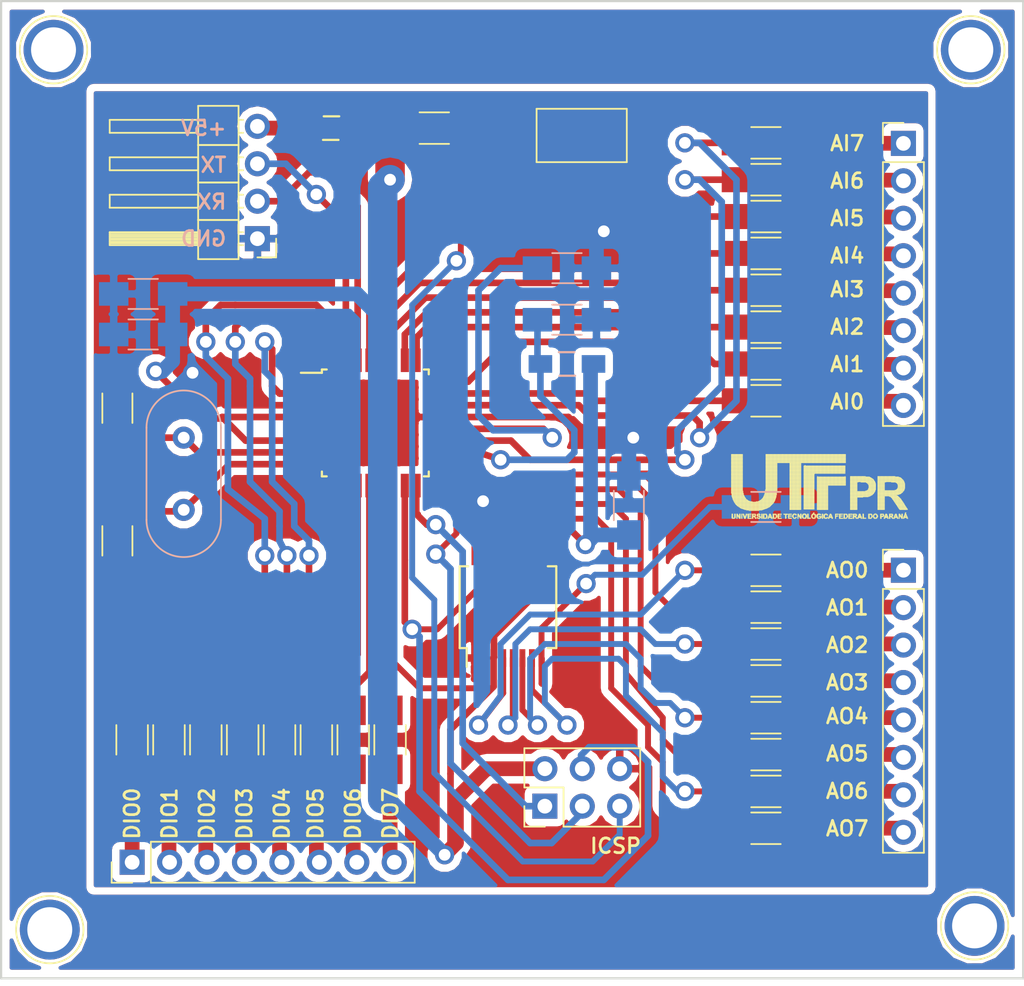
<source format=kicad_pcb>
(kicad_pcb (version 4) (host pcbnew 4.0.5)
  (layers (0 F.Cu signal) (31 B.Cu signal) (34 B.Paste user) (35 F.Paste user) (36 B.SilkS user) (37 F.SilkS user) (38 B.Mask user) (39 F.Mask user) (44 Edge.Cuts user))
  (net 0 "")
  (net 1 +5V)
  (net 2 GND)
  (net 3 "Net-(C3-Pad1)")
  (net 4 "Net-(C4-Pad1)")
  (net 5 "Net-(C5-Pad2)")
  (net 6 "Net-(C6-Pad2)")
  (net 7 "Net-(C8-Pad1)")
  (net 8 /DIO1)
  (net 9 /DIO2)
  (net 10 /DIO3)
  (net 11 /DIO4)
  (net 12 /DIO5)
  (net 13 /DIO6)
  (net 14 /DIO7)
  (net 15 SPI_CS)
  (net 16 SPI_MOSI)
  (net 17 SPI_MISO)
  (net 18 SPI_CLK)
  (net 19 /AI6)
  (net 20 /AI7)
  (net 21 /AI0)
  (net 22 /AI1)
  (net 23 /AI2)
  (net 24 /AI3)
  (net 25 /AI4)
  (net 26 /AI5)
  (net 27 RESET)
  (net 28 RX)
  (net 29 TX)
  (net 30 /DIO0)
  (net 31 "Net-(L2-Pad2)")
  (net 32 "Net-(P3-Pad1)")
  (net 33 "Net-(P3-Pad2)")
  (net 34 "Net-(P3-Pad3)")
  (net 35 "Net-(P3-Pad4)")
  (net 36 "Net-(P3-Pad5)")
  (net 37 "Net-(P3-Pad6)")
  (net 38 "Net-(P3-Pad7)")
  (net 39 "Net-(P3-Pad8)")
  (net 40 "Net-(P4-Pad1)")
  (net 41 "Net-(P4-Pad2)")
  (net 42 "Net-(P4-Pad3)")
  (net 43 "Net-(P4-Pad4)")
  (net 44 "Net-(P4-Pad5)")
  (net 45 "Net-(P4-Pad6)")
  (net 46 "Net-(P4-Pad7)")
  (net 47 "Net-(P4-Pad8)")
  (net 48 "Net-(P5-Pad1)")
  (net 49 "Net-(P5-Pad2)")
  (net 50 "Net-(P5-Pad3)")
  (net 51 "Net-(P5-Pad4)")
  (net 52 "Net-(P5-Pad5)")
  (net 53 "Net-(P5-Pad6)")
  (net 54 "Net-(P5-Pad7)")
  (net 55 "Net-(P5-Pad8)")
  (net 56 /AO0)
  (net 57 /AO2)
  (net 58 /AO4)
  (net 59 /AO6)
  (net 60 /AO1)
  (net 61 /AO3)
  (net 62 /AO5)
  (net 63 /AO7)
  (module Resistors_SMD:R_1206_HandSoldering (layer F.Cu) (at 160.5 138 90)
    (fp_text reference R25 hide)
    (fp_text value 300)
    (pad 1 smd rect (at -2 0 90) (size 2 1.7) (layers F.Cu F.Paste F.Mask) (net 55 "Net-(P5-Pad8)"))
    (pad 2 smd rect (at 2 0 90) (size 2 1.7) (layers F.Cu F.Paste F.Mask) (net 14 /DIO7))
  )
  (module Pin_Headers:Pin_Header_Straight_2x03_Pitch2.54mm (layer F.Cu) (at 171 142.5 90)
    (fp_text reference P2 hide)
    (fp_text value ICSP)
    (pad 1 thru_hole rect (at 0 0 90) (size 1.7 1.7) (drill 1) (layers *.Cu *.Mask) (net 17 SPI_MISO))
    (pad 2 thru_hole oval (at 2.54 0 90) (size 1.7 1.7) (drill 1) (layers *.Cu *.Mask) (net 1 +5V))
    (pad 3 thru_hole oval (at 0 2.54 90) (size 1.7 1.7) (drill 1) (layers *.Cu *.Mask) (net 18 SPI_CLK))
    (pad 4 thru_hole oval (at 2.54 2.54 90) (size 1.7 1.7) (drill 1) (layers *.Cu *.Mask) (net 16 SPI_MOSI))
    (pad 5 thru_hole oval (at 0 5.08 90) (size 1.7 1.7) (drill 1) (layers *.Cu *.Mask) (net 27 RESET))
    (pad 6 thru_hole oval (at 2.54 5.08 90) (size 1.7 1.7) (drill 1) (layers *.Cu *.Mask) (net 2 GND))
  )
  (module Pin_Headers:Pin_Header_Angled_1x04_Pitch2.54mm (layer F.Cu) (at 151.5 104 180)
    (fp_text reference P1 hide)
    (fp_text value USB_UART)
    (pad 1 thru_hole rect (at 0 0 180) (size 1.7 1.7) (drill 1) (layers *.Cu *.Mask) (net 2 GND))
    (pad 2 thru_hole oval (at 0 2.54 180) (size 1.7 1.7) (drill 1) (layers *.Cu *.Mask) (net 28 RX))
    (pad 3 thru_hole oval (at 0 5.08 180) (size 1.7 1.7) (drill 1) (layers *.Cu *.Mask) (net 29 TX))
    (pad 4 thru_hole oval (at 0 7.62 180) (size 1.7 1.7) (drill 1) (layers *.Cu *.Mask) (net 31 "Net-(L2-Pad2)"))
  )
  (module Capacitors_SMD:C_1206_HandSoldering (layer B.Cu) (at 143.75 107.75 180)
    (fp_text reference C1 hide)
    (fp_text value 100nF)
    (pad 1 smd rect (at -2 0 180) (size 2 1.6) (layers B.Cu B.Paste B.Mask) (net 1 +5V))
    (pad 2 smd rect (at 2 0 180) (size 2 1.6) (layers B.Cu B.Paste B.Mask) (net 2 GND))
  )
  (module Capacitors_SMD:C_1206_HandSoldering (layer B.Cu) (at 143.75 110.5 180)
    (fp_text reference C2 hide)
    (fp_text value 100nF)
    (pad 1 smd rect (at -2 0 180) (size 2 1.6) (layers B.Cu B.Paste B.Mask) (net 1 +5V))
    (pad 2 smd rect (at 2 0 180) (size 2 1.6) (layers B.Cu B.Paste B.Mask) (net 2 GND))
  )
  (module Capacitors_SMD:C_1206_HandSoldering (layer B.Cu) (at 172.5 109.5)
    (fp_text reference C3 hide)
    (fp_text value 100nF)
    (pad 1 smd rect (at -2 0) (size 2 1.6) (layers B.Cu B.Paste B.Mask) (net 3 "Net-(C3-Pad1)"))
    (pad 2 smd rect (at 2 0) (size 2 1.6) (layers B.Cu B.Paste B.Mask) (net 2 GND))
  )
  (module Capacitors_SMD:C_1206_HandSoldering (layer B.Cu) (at 172.5 106)
    (fp_text reference C4 hide)
    (fp_text value 100nF)
    (pad 1 smd rect (at -2 0) (size 2 1.6) (layers B.Cu B.Paste B.Mask) (net 4 "Net-(C4-Pad1)"))
    (pad 2 smd rect (at 2 0) (size 2 1.6) (layers B.Cu B.Paste B.Mask) (net 2 GND))
  )
  (module Capacitors_SMD:C_1206_HandSoldering (layer F.Cu) (at 142 115.5 270)
    (fp_text reference C5 hide)
    (fp_text value 22pF)
    (pad 1 smd rect (at -2 0 270) (size 2 1.6) (layers F.Cu F.Paste F.Mask) (net 2 GND))
    (pad 2 smd rect (at 2 0 270) (size 2 1.6) (layers F.Cu F.Paste F.Mask) (net 5 "Net-(C5-Pad2)"))
  )
  (module Capacitors_SMD:C_1206_HandSoldering (layer F.Cu) (at 142 124.5 90)
    (fp_text reference C6 hide)
    (fp_text value 22pF)
    (pad 1 smd rect (at -2 0 90) (size 2 1.6) (layers F.Cu F.Paste F.Mask) (net 2 GND))
    (pad 2 smd rect (at 2 0 90) (size 2 1.6) (layers F.Cu F.Paste F.Mask) (net 6 "Net-(C6-Pad2)"))
  )
  (module Capacitors_SMD:C_1206_HandSoldering (layer B.Cu) (at 176.7 122.1 270)
    (fp_text reference C7 hide)
    (fp_text value 1uF)
    (pad 1 smd rect (at -2 0 270) (size 2 1.6) (layers B.Cu B.Paste B.Mask) (net 2 GND))
    (pad 2 smd rect (at 2 0 270) (size 2 1.6) (layers B.Cu B.Paste B.Mask) (net 1 +5V))
  )
  (module Capacitors_SMD:C_1206_HandSoldering (layer B.Cu) (at 186 122.2)
    (fp_text reference C8 hide)
    (fp_text value 150nF)
    (pad 1 smd rect (at -2 0) (size 2 1.6) (layers B.Cu B.Paste B.Mask) (net 7 "Net-(C8-Pad1)"))
    (pad 2 smd rect (at 2 0) (size 2 1.6) (layers B.Cu B.Paste B.Mask) (net 2 GND))
  )
  (module Housings_QFP:TQFP-32_7x7mm_Pitch0.8mm (layer F.Cu) (at 159.5 116.5)
    (fp_text reference IC1 hide)
    (fp_text value ATMEGA328P-A)
    (pad 1 smd rect (at -4.25 -2.8) (size 1.6 0.55) (layers F.Cu F.Paste F.Mask) (net 8 /DIO1))
    (pad 2 smd rect (at -4.25 -2) (size 1.6 0.55) (layers F.Cu F.Paste F.Mask) (net 9 /DIO2))
    (pad 3 smd rect (at -4.25 -1.2) (size 1.6 0.55) (layers F.Cu F.Paste F.Mask) (net 2 GND))
    (pad 4 smd rect (at -4.25 -0.4) (size 1.6 0.55) (layers F.Cu F.Paste F.Mask) (net 1 +5V))
    (pad 5 smd rect (at -4.25 0.4) (size 1.6 0.55) (layers F.Cu F.Paste F.Mask) (net 2 GND))
    (pad 6 smd rect (at -4.25 1.2) (size 1.6 0.55) (layers F.Cu F.Paste F.Mask) (net 1 +5V))
    (pad 7 smd rect (at -4.25 2) (size 1.6 0.55) (layers F.Cu F.Paste F.Mask) (net 5 "Net-(C5-Pad2)"))
    (pad 8 smd rect (at -4.25 2.8) (size 1.6 0.55) (layers F.Cu F.Paste F.Mask) (net 6 "Net-(C6-Pad2)"))
    (pad 9 smd rect (at -2.8 4.25 90) (size 1.6 0.55) (layers F.Cu F.Paste F.Mask) (net 10 /DIO3))
    (pad 10 smd rect (at -2 4.25 90) (size 1.6 0.55) (layers F.Cu F.Paste F.Mask) (net 11 /DIO4))
    (pad 11 smd rect (at -1.2 4.25 90) (size 1.6 0.55) (layers F.Cu F.Paste F.Mask) (net 12 /DIO5))
    (pad 12 smd rect (at -0.4 4.25 90) (size 1.6 0.55) (layers F.Cu F.Paste F.Mask) (net 13 /DIO6))
    (pad 13 smd rect (at 0.4 4.25 90) (size 1.6 0.55) (layers F.Cu F.Paste F.Mask) (net 14 /DIO7))
    (pad 14 smd rect (at 1.2 4.25 90) (size 1.6 0.55) (layers F.Cu F.Paste F.Mask) (net 15 SPI_CS))
    (pad 15 smd rect (at 2 4.25 90) (size 1.6 0.55) (layers F.Cu F.Paste F.Mask) (net 16 SPI_MOSI))
    (pad 16 smd rect (at 2.8 4.25 90) (size 1.6 0.55) (layers F.Cu F.Paste F.Mask) (net 17 SPI_MISO))
    (pad 17 smd rect (at 4.25 2.8) (size 1.6 0.55) (layers F.Cu F.Paste F.Mask) (net 18 SPI_CLK))
    (pad 18 smd rect (at 4.25 2) (size 1.6 0.55) (layers F.Cu F.Paste F.Mask) (net 3 "Net-(C3-Pad1)"))
    (pad 19 smd rect (at 4.25 1.2) (size 1.6 0.55) (layers F.Cu F.Paste F.Mask) (net 19 /AI6))
    (pad 20 smd rect (at 4.25 0.4) (size 1.6 0.55) (layers F.Cu F.Paste F.Mask) (net 4 "Net-(C4-Pad1)"))
    (pad 21 smd rect (at 4.25 -0.4) (size 1.6 0.55) (layers F.Cu F.Paste F.Mask) (net 2 GND))
    (pad 22 smd rect (at 4.25 -1.2) (size 1.6 0.55) (layers F.Cu F.Paste F.Mask) (net 20 /AI7))
    (pad 23 smd rect (at 4.25 -2) (size 1.6 0.55) (layers F.Cu F.Paste F.Mask) (net 21 /AI0))
    (pad 24 smd rect (at 4.25 -2.8) (size 1.6 0.55) (layers F.Cu F.Paste F.Mask) (net 22 /AI1))
    (pad 25 smd rect (at 2.8 -4.25 90) (size 1.6 0.55) (layers F.Cu F.Paste F.Mask) (net 23 /AI2))
    (pad 26 smd rect (at 2 -4.25 90) (size 1.6 0.55) (layers F.Cu F.Paste F.Mask) (net 24 /AI3))
    (pad 27 smd rect (at 1.2 -4.25 90) (size 1.6 0.55) (layers F.Cu F.Paste F.Mask) (net 25 /AI4))
    (pad 28 smd rect (at 0.4 -4.25 90) (size 1.6 0.55) (layers F.Cu F.Paste F.Mask) (net 26 /AI5))
    (pad 29 smd rect (at -0.4 -4.25 90) (size 1.6 0.55) (layers F.Cu F.Paste F.Mask) (net 27 RESET))
    (pad 30 smd rect (at -1.2 -4.25 90) (size 1.6 0.55) (layers F.Cu F.Paste F.Mask) (net 28 RX))
    (pad 31 smd rect (at -2 -4.25 90) (size 1.6 0.55) (layers F.Cu F.Paste F.Mask) (net 29 TX))
    (pad 32 smd rect (at -2.8 -4.25 90) (size 1.6 0.55) (layers F.Cu F.Paste F.Mask) (net 30 /DIO0))
  )
  (module Choke_SMD:Choke_SMD_1206_Standard (layer B.Cu) (at 172.5 112.5)
    (fp_text reference L1 hide)
    (fp_text value 10uH)
    (pad 1 smd rect (at -1.80086 0) (size 1.6002 1.19888) (layers B.Cu B.Paste B.Mask) (net 3 "Net-(C3-Pad1)"))
    (pad 2 smd rect (at 1.80086 0) (size 1.6002 1.19888) (layers B.Cu B.Paste B.Mask) (net 1 +5V))
  )
  (module Choke_SMD:Choke_SMD_1206_Standard (layer F.Cu) (at 156.5 96.5 180)
    (fp_text reference L2 hide)
    (fp_text value 10uH)
    (pad 1 smd rect (at -1.80086 0 180) (size 1.6002 1.19888) (layers F.Cu F.Paste F.Mask) (net 1 +5V))
    (pad 2 smd rect (at 1.80086 0 180) (size 1.6002 1.19888) (layers F.Cu F.Paste F.Mask) (net 31 "Net-(L2-Pad2)"))
  )
  (module Pin_Headers:Pin_Header_Straight_1x08_Pitch2.54mm (layer F.Cu) (at 195.326 126.492)
    (fp_text reference P3 hide)
    (fp_text value ANALOG_OUT)
    (pad 1 thru_hole rect (at 0 0) (size 1.7 1.7) (drill 1) (layers *.Cu *.Mask) (net 32 "Net-(P3-Pad1)"))
    (pad 2 thru_hole oval (at 0 2.54) (size 1.7 1.7) (drill 1) (layers *.Cu *.Mask) (net 33 "Net-(P3-Pad2)"))
    (pad 3 thru_hole oval (at 0 5.08) (size 1.7 1.7) (drill 1) (layers *.Cu *.Mask) (net 34 "Net-(P3-Pad3)"))
    (pad 4 thru_hole oval (at 0 7.62) (size 1.7 1.7) (drill 1) (layers *.Cu *.Mask) (net 35 "Net-(P3-Pad4)"))
    (pad 5 thru_hole oval (at 0 10.16) (size 1.7 1.7) (drill 1) (layers *.Cu *.Mask) (net 36 "Net-(P3-Pad5)"))
    (pad 6 thru_hole oval (at 0 12.7) (size 1.7 1.7) (drill 1) (layers *.Cu *.Mask) (net 37 "Net-(P3-Pad6)"))
    (pad 7 thru_hole oval (at 0 15.24) (size 1.7 1.7) (drill 1) (layers *.Cu *.Mask) (net 38 "Net-(P3-Pad7)"))
    (pad 8 thru_hole oval (at 0 17.78) (size 1.7 1.7) (drill 1) (layers *.Cu *.Mask) (net 39 "Net-(P3-Pad8)"))
  )
  (module Pin_Headers:Pin_Header_Straight_1x08_Pitch2.54mm (layer F.Cu) (at 195.326 97.536)
    (fp_text reference P4 hide)
    (fp_text value ANALOG_IN)
    (pad 1 thru_hole rect (at 0 0) (size 1.7 1.7) (drill 1) (layers *.Cu *.Mask) (net 40 "Net-(P4-Pad1)"))
    (pad 2 thru_hole oval (at 0 2.54) (size 1.7 1.7) (drill 1) (layers *.Cu *.Mask) (net 41 "Net-(P4-Pad2)"))
    (pad 3 thru_hole oval (at 0 5.08) (size 1.7 1.7) (drill 1) (layers *.Cu *.Mask) (net 42 "Net-(P4-Pad3)"))
    (pad 4 thru_hole oval (at 0 7.62) (size 1.7 1.7) (drill 1) (layers *.Cu *.Mask) (net 43 "Net-(P4-Pad4)"))
    (pad 5 thru_hole oval (at 0 10.16) (size 1.7 1.7) (drill 1) (layers *.Cu *.Mask) (net 44 "Net-(P4-Pad5)"))
    (pad 6 thru_hole oval (at 0 12.7) (size 1.7 1.7) (drill 1) (layers *.Cu *.Mask) (net 45 "Net-(P4-Pad6)"))
    (pad 7 thru_hole oval (at 0 15.24) (size 1.7 1.7) (drill 1) (layers *.Cu *.Mask) (net 46 "Net-(P4-Pad7)"))
    (pad 8 thru_hole oval (at 0 17.78) (size 1.7 1.7) (drill 1) (layers *.Cu *.Mask) (net 47 "Net-(P4-Pad8)"))
  )
  (module Pin_Headers:Pin_Header_Straight_1x08_Pitch2.54mm (layer F.Cu) (at 143.002 146.304 90)
    (fp_text reference P5 hide)
    (fp_text value DIGITAL_IO)
    (pad 1 thru_hole rect (at 0 0 90) (size 1.7 1.7) (drill 1) (layers *.Cu *.Mask) (net 48 "Net-(P5-Pad1)"))
    (pad 2 thru_hole oval (at 0 2.54 90) (size 1.7 1.7) (drill 1) (layers *.Cu *.Mask) (net 49 "Net-(P5-Pad2)"))
    (pad 3 thru_hole oval (at 0 5.08 90) (size 1.7 1.7) (drill 1) (layers *.Cu *.Mask) (net 50 "Net-(P5-Pad3)"))
    (pad 4 thru_hole oval (at 0 7.62 90) (size 1.7 1.7) (drill 1) (layers *.Cu *.Mask) (net 51 "Net-(P5-Pad4)"))
    (pad 5 thru_hole oval (at 0 10.16 90) (size 1.7 1.7) (drill 1) (layers *.Cu *.Mask) (net 52 "Net-(P5-Pad5)"))
    (pad 6 thru_hole oval (at 0 12.7 90) (size 1.7 1.7) (drill 1) (layers *.Cu *.Mask) (net 53 "Net-(P5-Pad6)"))
    (pad 7 thru_hole oval (at 0 15.24 90) (size 1.7 1.7) (drill 1) (layers *.Cu *.Mask) (net 54 "Net-(P5-Pad7)"))
    (pad 8 thru_hole oval (at 0 17.78 90) (size 1.7 1.7) (drill 1) (layers *.Cu *.Mask) (net 55 "Net-(P5-Pad8)"))
  )
  (module Resistors_SMD:R_1206_HandSoldering (layer F.Cu) (at 163.5 96.5)
    (fp_text reference R1 hide)
    (fp_text value 60k)
    (pad 1 smd rect (at -2 0) (size 2 1.7) (layers F.Cu F.Paste F.Mask) (net 1 +5V))
    (pad 2 smd rect (at 2 0) (size 2 1.7) (layers F.Cu F.Paste F.Mask) (net 27 RESET))
  )
  (module Resistors_SMD:R_1206_HandSoldering (layer F.Cu) (at 186 126.5 180)
    (fp_text reference R2 hide)
    (fp_text value 300)
    (pad 1 smd rect (at -2 0 180) (size 2 1.7) (layers F.Cu F.Paste F.Mask) (net 32 "Net-(P3-Pad1)"))
    (pad 2 smd rect (at 2 0 180) (size 2 1.7) (layers F.Cu F.Paste F.Mask) (net 56 /AO0))
  )
  (module Resistors_SMD:R_1206_HandSoldering (layer F.Cu) (at 186 131.5 180)
    (fp_text reference R3 hide)
    (fp_text value 300)
    (pad 1 smd rect (at -2 0 180) (size 2 1.7) (layers F.Cu F.Paste F.Mask) (net 34 "Net-(P3-Pad3)"))
    (pad 2 smd rect (at 2 0 180) (size 2 1.7) (layers F.Cu F.Paste F.Mask) (net 57 /AO2))
  )
  (module Resistors_SMD:R_1206_HandSoldering (layer F.Cu) (at 186 136.5 180)
    (fp_text reference R4 hide)
    (fp_text value 300)
    (pad 1 smd rect (at -2 0 180) (size 2 1.7) (layers F.Cu F.Paste F.Mask) (net 36 "Net-(P3-Pad5)"))
    (pad 2 smd rect (at 2 0 180) (size 2 1.7) (layers F.Cu F.Paste F.Mask) (net 58 /AO4))
  )
  (module Resistors_SMD:R_1206_HandSoldering (layer F.Cu) (at 186 141.5 180)
    (fp_text reference R5 hide)
    (fp_text value 300)
    (pad 1 smd rect (at -2 0 180) (size 2 1.7) (layers F.Cu F.Paste F.Mask) (net 38 "Net-(P3-Pad7)"))
    (pad 2 smd rect (at 2 0 180) (size 2 1.7) (layers F.Cu F.Paste F.Mask) (net 59 /AO6))
  )
  (module Resistors_SMD:R_1206_HandSoldering (layer F.Cu) (at 186 97.5 180)
    (fp_text reference R6 hide)
    (fp_text value 300)
    (pad 1 smd rect (at -2 0 180) (size 2 1.7) (layers F.Cu F.Paste F.Mask) (net 40 "Net-(P4-Pad1)"))
    (pad 2 smd rect (at 2 0 180) (size 2 1.7) (layers F.Cu F.Paste F.Mask) (net 20 /AI7))
  )
  (module Resistors_SMD:R_1206_HandSoldering (layer F.Cu) (at 186 102.5 180)
    (fp_text reference R7 hide)
    (fp_text value 300)
    (pad 1 smd rect (at -2 0 180) (size 2 1.7) (layers F.Cu F.Paste F.Mask) (net 42 "Net-(P4-Pad3)"))
    (pad 2 smd rect (at 2 0 180) (size 2 1.7) (layers F.Cu F.Paste F.Mask) (net 26 /AI5))
  )
  (module Resistors_SMD:R_1206_HandSoldering (layer F.Cu) (at 186 107.5 180)
    (fp_text reference R8 hide)
    (fp_text value 300)
    (pad 1 smd rect (at -2 0 180) (size 2 1.7) (layers F.Cu F.Paste F.Mask) (net 44 "Net-(P4-Pad5)"))
    (pad 2 smd rect (at 2 0 180) (size 2 1.7) (layers F.Cu F.Paste F.Mask) (net 24 /AI3))
  )
  (module Resistors_SMD:R_1206_HandSoldering (layer F.Cu) (at 186 112.5 180)
    (fp_text reference R9 hide)
    (fp_text value 300)
    (pad 1 smd rect (at -2 0 180) (size 2 1.7) (layers F.Cu F.Paste F.Mask) (net 46 "Net-(P4-Pad7)"))
    (pad 2 smd rect (at 2 0 180) (size 2 1.7) (layers F.Cu F.Paste F.Mask) (net 22 /AI1))
  )
  (module Resistors_SMD:R_1206_HandSoldering (layer F.Cu) (at 143 138 90)
    (fp_text reference R10 hide)
    (fp_text value 300)
    (pad 1 smd rect (at -2 0 90) (size 2 1.7) (layers F.Cu F.Paste F.Mask) (net 48 "Net-(P5-Pad1)"))
    (pad 2 smd rect (at 2 0 90) (size 2 1.7) (layers F.Cu F.Paste F.Mask) (net 30 /DIO0))
  )
  (module Resistors_SMD:R_1206_HandSoldering (layer F.Cu) (at 148 138 90)
    (fp_text reference R11 hide)
    (fp_text value 300)
    (pad 1 smd rect (at -2 0 90) (size 2 1.7) (layers F.Cu F.Paste F.Mask) (net 50 "Net-(P5-Pad3)"))
    (pad 2 smd rect (at 2 0 90) (size 2 1.7) (layers F.Cu F.Paste F.Mask) (net 9 /DIO2))
  )
  (module Resistors_SMD:R_1206_HandSoldering (layer F.Cu) (at 153 138 90)
    (fp_text reference R12 hide)
    (fp_text value 300)
    (pad 1 smd rect (at -2 0 90) (size 2 1.7) (layers F.Cu F.Paste F.Mask) (net 52 "Net-(P5-Pad5)"))
    (pad 2 smd rect (at 2 0 90) (size 2 1.7) (layers F.Cu F.Paste F.Mask) (net 11 /DIO4))
  )
  (module Resistors_SMD:R_1206_HandSoldering (layer F.Cu) (at 158 138 90)
    (fp_text reference R13 hide)
    (fp_text value 300)
    (pad 1 smd rect (at -2 0 90) (size 2 1.7) (layers F.Cu F.Paste F.Mask) (net 54 "Net-(P5-Pad7)"))
    (pad 2 smd rect (at 2 0 90) (size 2 1.7) (layers F.Cu F.Paste F.Mask) (net 13 /DIO6))
  )
  (module Resistors_SMD:R_1206_HandSoldering (layer F.Cu) (at 186 129 180)
    (fp_text reference R14 hide)
    (fp_text value 300)
    (pad 1 smd rect (at -2 0 180) (size 2 1.7) (layers F.Cu F.Paste F.Mask) (net 33 "Net-(P3-Pad2)"))
    (pad 2 smd rect (at 2 0 180) (size 2 1.7) (layers F.Cu F.Paste F.Mask) (net 60 /AO1))
  )
  (module Resistors_SMD:R_1206_HandSoldering (layer F.Cu) (at 186 134 180)
    (fp_text reference R15 hide)
    (fp_text value 300)
    (pad 1 smd rect (at -2 0 180) (size 2 1.7) (layers F.Cu F.Paste F.Mask) (net 35 "Net-(P3-Pad4)"))
    (pad 2 smd rect (at 2 0 180) (size 2 1.7) (layers F.Cu F.Paste F.Mask) (net 61 /AO3))
  )
  (module Resistors_SMD:R_1206_HandSoldering (layer F.Cu) (at 186 139 180)
    (fp_text reference R16 hide)
    (fp_text value 300)
    (pad 1 smd rect (at -2 0 180) (size 2 1.7) (layers F.Cu F.Paste F.Mask) (net 37 "Net-(P3-Pad6)"))
    (pad 2 smd rect (at 2 0 180) (size 2 1.7) (layers F.Cu F.Paste F.Mask) (net 62 /AO5))
  )
  (module Resistors_SMD:R_1206_HandSoldering (layer F.Cu) (at 186 144 180)
    (fp_text reference R17 hide)
    (fp_text value 300)
    (pad 1 smd rect (at -2 0 180) (size 2 1.7) (layers F.Cu F.Paste F.Mask) (net 39 "Net-(P3-Pad8)"))
    (pad 2 smd rect (at 2 0 180) (size 2 1.7) (layers F.Cu F.Paste F.Mask) (net 63 /AO7))
  )
  (module Resistors_SMD:R_1206_HandSoldering (layer F.Cu) (at 186 100 180)
    (fp_text reference R18 hide)
    (fp_text value 300)
    (pad 1 smd rect (at -2 0 180) (size 2 1.7) (layers F.Cu F.Paste F.Mask) (net 41 "Net-(P4-Pad2)"))
    (pad 2 smd rect (at 2 0 180) (size 2 1.7) (layers F.Cu F.Paste F.Mask) (net 19 /AI6))
  )
  (module Resistors_SMD:R_1206_HandSoldering (layer F.Cu) (at 186 105 180)
    (fp_text reference R19 hide)
    (fp_text value 300)
    (pad 1 smd rect (at -2 0 180) (size 2 1.7) (layers F.Cu F.Paste F.Mask) (net 43 "Net-(P4-Pad4)"))
    (pad 2 smd rect (at 2 0 180) (size 2 1.7) (layers F.Cu F.Paste F.Mask) (net 25 /AI4))
  )
  (module Resistors_SMD:R_1206_HandSoldering (layer F.Cu) (at 186 110 180)
    (fp_text reference R20 hide)
    (fp_text value 300)
    (pad 1 smd rect (at -2 0 180) (size 2 1.7) (layers F.Cu F.Paste F.Mask) (net 45 "Net-(P4-Pad6)"))
    (pad 2 smd rect (at 2 0 180) (size 2 1.7) (layers F.Cu F.Paste F.Mask) (net 23 /AI2))
  )
  (module Resistors_SMD:R_1206_HandSoldering (layer F.Cu) (at 186 115 180)
    (fp_text reference R21 hide)
    (fp_text value 300)
    (pad 1 smd rect (at -2 0 180) (size 2 1.7) (layers F.Cu F.Paste F.Mask) (net 47 "Net-(P4-Pad8)"))
    (pad 2 smd rect (at 2 0 180) (size 2 1.7) (layers F.Cu F.Paste F.Mask) (net 21 /AI0))
  )
  (module Resistors_SMD:R_1206_HandSoldering (layer F.Cu) (at 145.5 138 90)
    (fp_text reference R22 hide)
    (fp_text value 300)
    (pad 1 smd rect (at -2 0 90) (size 2 1.7) (layers F.Cu F.Paste F.Mask) (net 49 "Net-(P5-Pad2)"))
    (pad 2 smd rect (at 2 0 90) (size 2 1.7) (layers F.Cu F.Paste F.Mask) (net 8 /DIO1))
  )
  (module Resistors_SMD:R_1206_HandSoldering (layer F.Cu) (at 150.5 138 90)
    (fp_text reference R23 hide)
    (fp_text value 300)
    (pad 1 smd rect (at -2 0 90) (size 2 1.7) (layers F.Cu F.Paste F.Mask) (net 51 "Net-(P5-Pad4)"))
    (pad 2 smd rect (at 2 0 90) (size 2 1.7) (layers F.Cu F.Paste F.Mask) (net 10 /DIO3))
  )
  (module Resistors_SMD:R_1206_HandSoldering (layer F.Cu) (at 155.5 138 90)
    (fp_text reference R24 hide)
    (fp_text value 300)
    (pad 1 smd rect (at -2 0 90) (size 2 1.7) (layers F.Cu F.Paste F.Mask) (net 53 "Net-(P5-Pad6)"))
    (pad 2 smd rect (at 2 0 90) (size 2 1.7) (layers F.Cu F.Paste F.Mask) (net 12 /DIO5))
  )
  (module Buttons_Switches_SMD:SW_SPST_FSMSM (layer F.Cu) (at 173.5 97)
    (fp_text reference SW1 hide)
    (fp_text value Reset)
    (pad 1 smd rect (at -4.59 0) (size 2.18 1.6) (layers F.Cu F.Paste F.Mask) (net 27 RESET))
    (pad 2 smd rect (at 4.59 0) (size 2.18 1.6) (layers F.Cu F.Paste F.Mask) (net 2 GND))
  )
  (module Housings_SSOP:SSOP-16_5.3x6.2mm_Pitch0.65mm (layer F.Cu) (at 168.5 129 90)
    (fp_text reference U1 hide)
    (fp_text value DAC8568)
    (pad 1 smd rect (at -3.45 -2.275 90) (size 1.2 0.4) (layers F.Cu F.Paste F.Mask) (net 2 GND))
    (pad 2 smd rect (at -3.45 -1.625 90) (size 1.2 0.4) (layers F.Cu F.Paste F.Mask) (net 15 SPI_CS))
    (pad 3 smd rect (at -3.45 -0.975 90) (size 1.2 0.4) (layers F.Cu F.Paste F.Mask) (net 1 +5V))
    (pad 4 smd rect (at -3.45 -0.325 90) (size 1.2 0.4) (layers F.Cu F.Paste F.Mask) (net 56 /AO0))
    (pad 5 smd rect (at -3.45 0.325 90) (size 1.2 0.4) (layers F.Cu F.Paste F.Mask) (net 57 /AO2))
    (pad 6 smd rect (at -3.45 0.975 90) (size 1.2 0.4) (layers F.Cu F.Paste F.Mask) (net 58 /AO4))
    (pad 7 smd rect (at -3.45 1.625 90) (size 1.2 0.4) (layers F.Cu F.Paste F.Mask) (net 59 /AO6))
    (pad 8 smd rect (at -3.45 2.275 90) (size 1.2 0.4) (layers F.Cu F.Paste F.Mask) (net 7 "Net-(C8-Pad1)"))
    (pad 9 smd rect (at 3.45 2.275 90) (size 1.2 0.4) (layers F.Cu F.Paste F.Mask) (net 1 +5V))
    (pad 10 smd rect (at 3.45 1.625 90) (size 1.2 0.4) (layers F.Cu F.Paste F.Mask) (net 63 /AO7))
    (pad 11 smd rect (at 3.45 0.975 90) (size 1.2 0.4) (layers F.Cu F.Paste F.Mask) (net 62 /AO5))
    (pad 12 smd rect (at 3.45 0.325 90) (size 1.2 0.4) (layers F.Cu F.Paste F.Mask) (net 61 /AO3))
    (pad 13 smd rect (at 3.45 -0.325 90) (size 1.2 0.4) (layers F.Cu F.Paste F.Mask) (net 60 /AO1))
    (pad 14 smd rect (at 3.45 -0.975 90) (size 1.2 0.4) (layers F.Cu F.Paste F.Mask) (net 2 GND))
    (pad 15 smd rect (at 3.45 -1.625 90) (size 1.2 0.4) (layers F.Cu F.Paste F.Mask) (net 16 SPI_MOSI))
    (pad 16 smd rect (at 3.45 -2.275 90) (size 1.2 0.4) (layers F.Cu F.Paste F.Mask) (net 18 SPI_CLK))
  )
  (module Crystals:Crystal_HC18-U_Vertical (layer B.Cu) (at 146.5 117.5 270)
    (fp_text reference Y1 hide)
    (fp_text value 20MHz)
    (pad 1 thru_hole circle (at 0 0 270) (size 1.5 1.5) (drill 0.8) (layers *.Cu *.Mask) (net 5 "Net-(C5-Pad2)"))
    (pad 2 thru_hole circle (at 4.9 0 270) (size 1.5 1.5) (drill 0.8) (layers *.Cu *.Mask) (net 6 "Net-(C6-Pad2)"))
  )
  (module libs:LOGO (layer F.Cu) (at 183.642 118.618)
    (fp_text reference LOGO hide)
    (fp_text value "" (at 0 0) (layer F.SilkS))
  )
  (module Connectors:1pin (layer F.Cu) (at 137.668 91.186)
    (fp_text reference REF** hide)
    (fp_text value 1pin)
    (pad 1 thru_hole circle (at 0 0) (size 4.064 4.064) (drill 3.048) (layers *.Cu *.Mask))
  )
  (module Connectors:1pin (layer F.Cu) (at 199.898 91.186)
    (fp_text reference REF** hide)
    (fp_text value 1pin)
    (pad 1 thru_hole circle (at 0 0) (size 4.064 4.064) (drill 3.048) (layers *.Cu *.Mask))
  )
  (module Connectors:1pin (layer F.Cu) (at 200.152 150.622)
    (fp_text reference REF** hide)
    (fp_text value 1pin)
    (pad 1 thru_hole circle (at 0 0) (size 4.064 4.064) (drill 3.048) (layers *.Cu *.Mask))
  )
  (module Connectors:1pin (layer F.Cu) (at 137.414 150.876)
    (fp_text reference REF** hide)
    (fp_text value 1pin)
    (pad 1 thru_hole circle (at 0 0) (size 4.064 4.064) (drill 3.048) (layers *.Cu *.Mask))
  )
  (gr_text +5V (at 149.5 96.5) (layer B.SilkS) (effects (font (size 1 1) (thickness 0.1875)) (justify left mirror)))
  (gr_text TX (at 149.5 99) (layer B.SilkS) (effects (font (size 1 1) (thickness 0.1875)) (justify left mirror)))
  (gr_text RX (at 149.5 101.5) (layer B.SilkS) (effects (font (size 1 1) (thickness 0.1875)) (justify left mirror)))
  (gr_text GND (at 149.5 104) (layer B.SilkS) (effects (font (size 1 1) (thickness 0.1875)) (justify left mirror)))
  (gr_text ICSP (at 175.8 145.2) (layer F.SilkS) (effects (font (size 1 1) (thickness 0.1875))))
  (gr_line (start 134.112 154.178) (end 134.112 87.884) (angle 90) (layer Edge.Cuts) (width 0.15))
  (gr_line (start 203.454 154.178) (end 134.112 154.178) (angle 90) (layer Edge.Cuts) (width 0.15))
  (gr_line (start 203.454 87.884) (end 203.454 154.178) (angle 90) (layer Edge.Cuts) (width 0.15))
  (gr_line (start 134.112 87.884) (end 203.454 87.884) (angle 90) (layer Edge.Cuts) (width 0.15))
  (gr_text DIO7 (at 160.528 143.002 90) (layer F.SilkS) (effects (font (size 1 1) (thickness 0.1875))))
  (gr_text DIO6 (at 157.988 143.002 90) (layer F.SilkS) (effects (font (size 1 1) (thickness 0.1875))))
  (gr_text DIO5 (at 155.448 143.002 90) (layer F.SilkS) (effects (font (size 1 1) (thickness 0.1875))))
  (gr_text DIO4 (at 153.162 143.002 90) (layer F.SilkS) (effects (font (size 1 1) (thickness 0.1875))))
  (gr_text DIO3 (at 150.622 143.002 90) (layer F.SilkS) (effects (font (size 1 1) (thickness 0.1875))))
  (gr_text DIO2 (at 148.082 143.002 90) (layer F.SilkS) (effects (font (size 1 1) (thickness 0.1875))))
  (gr_text DIO1 (at 145.542 143.002 90) (layer F.SilkS) (effects (font (size 1 1) (thickness 0.1875))))
  (gr_text DIO0 (at 143.002 143.002 90) (layer F.SilkS) (effects (font (size 1 1) (thickness 0.1875))))
  (gr_text AO7 (at 191.516 144.018) (layer F.SilkS) (effects (font (size 1 1) (thickness 0.1875))))
  (gr_text AO6 (at 191.516 141.478) (layer F.SilkS) (effects (font (size 1 1) (thickness 0.1875))))
  (gr_text AO5 (at 191.516 138.938) (layer F.SilkS) (effects (font (size 1 1) (thickness 0.1875))))
  (gr_text AO4 (at 191.516 136.398) (layer F.SilkS) (effects (font (size 1 1) (thickness 0.1875))))
  (gr_text AO3 (at 191.516 134.112) (layer F.SilkS) (effects (font (size 1 1) (thickness 0.1875))))
  (gr_text AO2 (at 191.516 131.572) (layer F.SilkS) (effects (font (size 1 1) (thickness 0.1875))))
  (gr_text AO1 (at 191.516 129.032) (layer F.SilkS) (effects (font (size 1 1) (thickness 0.1875))))
  (gr_text AO0 (at 191.516 126.492) (layer F.SilkS) (effects (font (size 1 1) (thickness 0.1875))))
  (gr_text AI7 (at 191.516 97.536) (layer F.SilkS) (effects (font (size 1 1) (thickness 0.1875))))
  (gr_text AI6 (at 191.516 100.076) (layer F.SilkS) (effects (font (size 1 1) (thickness 0.1875))))
  (gr_text AI5 (at 191.516 102.616) (layer F.SilkS) (effects (font (size 1 1) (thickness 0.1875))))
  (gr_text AI4 (at 191.516 105.156) (layer F.SilkS) (effects (font (size 1 1) (thickness 0.1875))))
  (gr_text AI3 (at 191.516 107.442) (layer F.SilkS) (effects (font (size 1 1) (thickness 0.1875))))
  (gr_text AI2 (at 191.516 109.982) (layer F.SilkS) (effects (font (size 1 1) (thickness 0.1875))))
  (gr_text AI1 (at 191.516 112.522) (layer F.SilkS) (effects (font (size 1 1) (thickness 0.1875))))
  (gr_text AI0 (at 191.516 115.062) (layer F.SilkS) (effects (font (size 1 1) (thickness 0.1875))))
  (segment (start 164.2 145.8) (end 160 141.6) (width 1) (layer B.Cu) (net 1))
  (segment (start 160 141.6) (end 160 140.2) (width 1) (layer B.Cu) (net 1))
  (segment (start 170.775 125.55) (end 170.775 127.725) (width 0.45) (layer F.Cu) (net 1))
  (segment (start 167.549998 130.950002) (end 167.549998 132.400004) (width 0.45) (layer F.Cu) (net 1))
  (segment (start 170.775 127.725) (end 167.549998 130.950002) (width 0.45) (layer F.Cu) (net 1))
  (segment (start 167.549998 132.400004) (end 167.500002 132.45) (width 0.45) (layer F.Cu) (net 1))
  (segment (start 167.500002 132.45) (end 167.525 132.45) (width 0.45) (layer F.Cu) (net 1))
  (segment (start 171 139.96) (end 167.04 139.96) (width 1) (layer F.Cu) (net 1))
  (segment (start 165 145) (end 164.2 145.8) (width 1) (layer F.Cu) (net 1))
  (segment (start 165 142) (end 165 145) (width 1) (layer F.Cu) (net 1))
  (segment (start 167.04 139.96) (end 165 142) (width 1) (layer F.Cu) (net 1))
  (segment (start 164.6 140.3) (end 164.6 145.6) (width 0.45) (layer F.Cu) (net 1))
  (segment (start 167.525 132.45) (end 167.525 134.383998) (width 0.45) (layer F.Cu) (net 1))
  (segment (start 167.525 134.383998) (end 164.6 137.308998) (width 0.45) (layer F.Cu) (net 1))
  (segment (start 164.6 137.308998) (end 164.6 140.3) (width 0.45) (layer F.Cu) (net 1))
  (segment (start 155.25 116.1) (end 149.1 116.1) (width 0.45) (layer F.Cu) (net 1))
  (segment (start 149.1 116.1) (end 150.7 117.7) (width 0.45) (layer F.Cu) (net 1))
  (segment (start 150.7 117.7) (end 155.25 117.7) (width 0.45) (layer F.Cu) (net 1))
  (segment (start 149.4 116.1) (end 149.3 116.2) (width 0.45) (layer F.Cu) (net 1))
  (segment (start 149.3 116.2) (end 147.8 116.2) (width 0.45) (layer F.Cu) (net 1))
  (segment (start 147.8 116.2) (end 144.6 113) (width 0.45) (layer F.Cu) (net 1))
  (segment (start 145.05 113) (end 144.6 113) (width 1) (layer B.Cu) (net 1))
  (segment (start 145.75 112.3) (end 145.05 113) (width 1) (layer B.Cu) (net 1))
  (segment (start 145.75 110.5) (end 145.75 112.3) (width 1) (layer B.Cu) (net 1))
  (via (at 144.6 113) (size 1.3) (drill 0.8) (layers F.Cu B.Cu) (net 1))
  (segment (start 145.75 107.75) (end 145.75 110.5) (width 1) (layer B.Cu) (net 1))
  (segment (start 176.7 124.1) (end 174.4 124.1) (width 1) (layer B.Cu) (net 1))
  (segment (start 174.4 124.1) (end 173.75 124.75) (width 1) (layer B.Cu) (net 1))
  (segment (start 173.75 124.75) (end 174.1 124.4) (width 1) (layer B.Cu) (net 1))
  (segment (start 174.1 124.4) (end 174.1 112.70086) (width 1) (layer B.Cu) (net 1))
  (segment (start 174.1 112.70086) (end 174.30086 112.5) (width 1) (layer B.Cu) (net 1))
  (segment (start 164.6 145.6) (end 164.4 145.8) (width 0.45) (layer F.Cu) (net 1))
  (segment (start 164.4 145.8) (end 164.2 145.8) (width 0.45) (layer F.Cu) (net 1))
  (segment (start 160 140.2) (end 160 140.2) (width 0.45) (layer B.Cu) (net 1))
  (via (at 164.2 145.8) (size 1.3) (drill 0.8) (layers F.Cu B.Cu) (net 1))
  (segment (start 145.75 107.75) (end 158.25 107.75) (width 1) (layer B.Cu) (net 1))
  (segment (start 170.775 125.55) (end 170.775 124.225) (width 0.45) (layer F.Cu) (net 1))
  (via (at 173.75 124.75) (size 1.3) (drill 0.8) (layers F.Cu B.Cu) (net 1))
  (segment (start 172.75 123.75) (end 173.75 124.75) (width 0.45) (layer F.Cu) (net 1))
  (segment (start 171.25 123.75) (end 172.75 123.75) (width 0.45) (layer F.Cu) (net 1))
  (segment (start 170.775 124.225) (end 171.25 123.75) (width 0.45) (layer F.Cu) (net 1))
  (segment (start 158.30086 96.5) (end 159 96.5) (width 2) (layer F.Cu) (net 1))
  (segment (start 159 96.5) (end 160.5 98) (width 2) (layer F.Cu) (net 1))
  (segment (start 160.5 98) (end 160.5 100) (width 2) (layer F.Cu) (net 1))
  (segment (start 158.30086 96.5) (end 161.5 96.5) (width 1) (layer F.Cu) (net 1))
  (segment (start 160 109.5) (end 160 140.2) (width 2) (layer B.Cu) (net 1))
  (segment (start 160 140.2) (end 160 142) (width 2) (layer B.Cu) (net 1))
  (segment (start 158.25 107.75) (end 160 109.5) (width 1) (layer B.Cu) (net 1))
  (segment (start 160 100.5) (end 160 109.5) (width 2) (layer B.Cu) (net 1))
  (segment (start 160.5 100) (end 160 100.5) (width 2) (layer B.Cu) (net 1))
  (via (at 160.5 100) (size 1.3) (drill 0.8) (layers F.Cu B.Cu) (net 1))
  (segment (start 160.4 139) (end 160 139) (width 1) (layer B.Cu) (net 1))
  (segment (start 160 139) (end 160 140.75) (width 1) (layer B.Cu) (net 1))
  (segment (start 160 142) (end 160 140.75) (width 2) (layer B.Cu) (net 1))
  (segment (start 166.2 133.05) (end 166.2 133.4) (width 0.45) (layer F.Cu) (net 2))
  (segment (start 166.2 133.87499) (end 166.225 133.84999) (width 0.45) (layer F.Cu) (net 2))
  (segment (start 166.225 133.84999) (end 166.225 133.425) (width 0.45) (layer F.Cu) (net 2))
  (segment (start 166.225 133.425) (end 166.2 133.4) (width 0.45) (layer F.Cu) (net 2))
  (segment (start 166.225 132.45) (end 166.225 133.025) (width 0.45) (layer F.Cu) (net 2))
  (segment (start 166.225 133.025) (end 166.2 133.05) (width 0.45) (layer F.Cu) (net 2))
  (segment (start 166.225 132.45) (end 166.225 130.175) (width 0.45) (layer F.Cu) (net 2))
  (segment (start 166.225 130.175) (end 167.525 128.875) (width 0.45) (layer F.Cu) (net 2))
  (segment (start 167.525 128.875) (end 167.525 126.6) (width 0.45) (layer F.Cu) (net 2))
  (segment (start 167.525 126.6) (end 167.525 125.55) (width 0.45) (layer F.Cu) (net 2))
  (segment (start 155.25 115.3) (end 149.3 115.3) (width 0.45) (layer F.Cu) (net 2))
  (segment (start 149.3 115.3) (end 147.1 113.1) (width 0.45) (layer F.Cu) (net 2))
  (via (at 147.1 113.1) (size 1.3) (drill 0.8) (layers F.Cu B.Cu) (net 2))
  (segment (start 176.7 120.1) (end 176.7 117.8) (width 1) (layer B.Cu) (net 2))
  (segment (start 176.7 117.8) (end 177 117.5) (width 1) (layer B.Cu) (net 2))
  (segment (start 166.9 122.201456) (end 166.9 121.9) (width 0.4) (layer F.Cu) (net 2))
  (segment (start 166.9 121.9) (end 166.81014 121.81014) (width 0.4) (layer F.Cu) (net 2))
  (via (at 166.81014 121.81014) (size 1.3) (drill 0.8) (layers F.Cu B.Cu) (net 2))
  (segment (start 167.525 125.55) (end 167.525 122.826456) (width 0.4) (layer F.Cu) (net 2))
  (segment (start 167.525 122.826456) (end 166.9 122.201456) (width 0.4) (layer F.Cu) (net 2))
  (segment (start 166.225 132.45) (end 166.225 132.725) (width 0.45) (layer F.Cu) (net 2))
  (segment (start 166.225 132.725) (end 166.2 132.75) (width 0.45) (layer F.Cu) (net 2))
  (segment (start 174.5 109.5) (end 176 109.5) (width 1) (layer B.Cu) (net 2))
  (segment (start 176 109.5) (end 177 110.5) (width 1) (layer B.Cu) (net 2))
  (segment (start 176.5 117) (end 176 117) (width 0.45) (layer F.Cu) (net 2))
  (segment (start 177 117.5) (end 176.5 117) (width 0.45) (layer F.Cu) (net 2))
  (via (at 177 117.5) (size 1.3) (drill 0.8) (layers F.Cu B.Cu) (net 2))
  (segment (start 177 110.5) (end 177 117.5) (width 1) (layer B.Cu) (net 2))
  (segment (start 163.75 116.1) (end 172.6 116.1) (width 0.45) (layer F.Cu) (net 2))
  (segment (start 173.5 117) (end 176 117) (width 0.45) (layer F.Cu) (net 2))
  (segment (start 172.6 116.1) (end 173.5 117) (width 0.45) (layer F.Cu) (net 2))
  (segment (start 174.5 106) (end 174.5 104) (width 1) (layer B.Cu) (net 2))
  (segment (start 178.09 100.41) (end 178.09 97) (width 1) (layer F.Cu) (net 2))
  (segment (start 175 103.5) (end 178.09 100.41) (width 1) (layer F.Cu) (net 2))
  (via (at 175 103.5) (size 1.3) (drill 0.8) (layers F.Cu B.Cu) (net 2))
  (segment (start 174.5 104) (end 175 103.5) (width 1) (layer B.Cu) (net 2))
  (segment (start 174.5 109.5) (end 174.5 106) (width 1) (layer B.Cu) (net 2))
  (segment (start 155.25 115.3) (end 156.8 115.3) (width 0.45) (layer F.Cu) (net 2))
  (segment (start 157.6 116.1) (end 157.4 116.1) (width 0.45) (layer F.Cu) (net 2))
  (segment (start 156.8 115.3) (end 157.6 116.1) (width 0.45) (layer F.Cu) (net 2))
  (segment (start 155.25 116.9) (end 156.6 116.9) (width 0.45) (layer F.Cu) (net 2))
  (segment (start 157.4 116.1) (end 163.75 116.1) (width 0.45) (layer F.Cu) (net 2))
  (segment (start 156.6 116.9) (end 157.4 116.1) (width 0.45) (layer F.Cu) (net 2))
  (segment (start 170.69914 112.5) (end 170.69914 114.69914) (width 0.45) (layer B.Cu) (net 3))
  (segment (start 166.5 118.5) (end 163.75 118.5) (width 0.45) (layer F.Cu) (net 3))
  (segment (start 168 119) (end 166.5 118.5) (width 0.45) (layer F.Cu) (net 3))
  (via (at 168 119) (size 1.3) (drill 0.8) (layers F.Cu B.Cu) (net 3))
  (segment (start 168 119) (end 168 119) (width 0.45) (layer B.Cu) (net 3))
  (segment (start 172.5 119) (end 168 119) (width 0.45) (layer B.Cu) (net 3))
  (segment (start 173 118.5) (end 172.5 119) (width 0.45) (layer B.Cu) (net 3))
  (segment (start 173 117) (end 173 118.5) (width 0.45) (layer B.Cu) (net 3))
  (segment (start 170.69914 114.69914) (end 173 117) (width 0.45) (layer B.Cu) (net 3))
  (segment (start 170.5 109.5) (end 170.5 112.30086) (width 0.45) (layer B.Cu) (net 3))
  (segment (start 170.5 112.30086) (end 170.69914 112.5) (width 0.45) (layer B.Cu) (net 3))
  (segment (start 163.75 116.9) (end 170.9 116.9) (width 0.45) (layer F.Cu) (net 4))
  (segment (start 168 106) (end 170.5 106) (width 0.45) (layer B.Cu) (net 4))
  (segment (start 166.5 107.5) (end 168 106) (width 0.45) (layer B.Cu) (net 4))
  (segment (start 166.5 116) (end 166.5 107.5) (width 0.45) (layer B.Cu) (net 4))
  (segment (start 167.5 117) (end 166.5 116) (width 0.45) (layer B.Cu) (net 4))
  (segment (start 171 117) (end 167.5 117) (width 0.45) (layer B.Cu) (net 4))
  (segment (start 171.5 117.5) (end 171 117) (width 0.45) (layer B.Cu) (net 4))
  (via (at 171.5 117.5) (size 1.3) (drill 0.8) (layers F.Cu B.Cu) (net 4))
  (segment (start 170.9 116.9) (end 171.5 117.5) (width 0.45) (layer F.Cu) (net 4))
  (segment (start 146.5 117.5) (end 142 117.5) (width 0.45) (layer F.Cu) (net 5))
  (segment (start 155.25 118.5) (end 147.5 118.5) (width 0.45) (layer F.Cu) (net 5))
  (segment (start 147.5 118.5) (end 146.5 117.5) (width 0.45) (layer F.Cu) (net 5))
  (segment (start 142 122.5) (end 146.4 122.5) (width 0.45) (layer F.Cu) (net 6))
  (segment (start 146.4 122.5) (end 146.5 122.4) (width 0.45) (layer F.Cu) (net 6))
  (segment (start 155.25 119.3) (end 149.6 119.3) (width 0.45) (layer F.Cu) (net 6))
  (segment (start 149.6 119.3) (end 146.5 122.4) (width 0.45) (layer F.Cu) (net 6))
  (segment (start 170.775 132.45) (end 170.775 134.175) (width 0.4) (layer F.Cu) (net 7))
  (segment (start 170.8 134.2) (end 170.8 132.475) (width 0.4) (layer F.Cu) (net 7))
  (segment (start 170.775 134.175) (end 170.8 134.2) (width 0.4) (layer F.Cu) (net 7))
  (segment (start 170.775 132.45) (end 170.775 130.425) (width 0.4) (layer F.Cu) (net 7))
  (segment (start 182.2 122.2) (end 184 122.2) (width 0.4) (layer B.Cu) (net 7))
  (segment (start 177.6 126.8) (end 182.2 122.2) (width 0.4) (layer B.Cu) (net 7))
  (segment (start 174.4 126.8) (end 177.6 126.8) (width 0.4) (layer B.Cu) (net 7))
  (segment (start 173.8 127.4) (end 174.4 126.8) (width 0.4) (layer B.Cu) (net 7))
  (via (at 173.8 127.4) (size 1.3) (drill 0.8) (layers F.Cu B.Cu) (net 7))
  (segment (start 170.775 130.425) (end 173.8 127.4) (width 0.4) (layer F.Cu) (net 7))
  (segment (start 151 114) (end 151 113.5) (width 0.45) (layer B.Cu) (net 8))
  (segment (start 151 113.5) (end 150 112.5) (width 0.45) (layer B.Cu) (net 8))
  (segment (start 150 112.5) (end 150 111) (width 0.45) (layer B.Cu) (net 8))
  (segment (start 150 111) (end 150 110) (width 0.45) (layer F.Cu) (net 8))
  (segment (start 150.5 109.5) (end 152.5 109.5) (width 0.45) (layer F.Cu) (net 8))
  (segment (start 150 110) (end 150.5 109.5) (width 0.45) (layer F.Cu) (net 8))
  (segment (start 153.5 110) (end 153.5 111) (width 0.45) (layer F.Cu) (net 8))
  (segment (start 153 109.5) (end 153.5 110) (width 0.45) (layer F.Cu) (net 8))
  (segment (start 152.5 109.5) (end 153 109.5) (width 0.45) (layer F.Cu) (net 8))
  (segment (start 151 120.5) (end 151 114) (width 0.45) (layer B.Cu) (net 8))
  (segment (start 145.5 136) (end 145.5 133.5) (width 0.45) (layer F.Cu) (net 8))
  (segment (start 153 122.5) (end 151 120.5) (width 0.45) (layer B.Cu) (net 8))
  (segment (start 153 123.5) (end 153 122.5) (width 0.45) (layer B.Cu) (net 8))
  (segment (start 153 124.5) (end 153 123.5) (width 0.45) (layer B.Cu) (net 8))
  (segment (start 153.5 125.5) (end 153 124.5) (width 0.45) (layer B.Cu) (net 8))
  (via (at 153.5 125.5) (size 1.3) (drill 0.8) (layers F.Cu B.Cu) (net 8))
  (segment (start 153.5 130.5) (end 153.5 125.5) (width 0.45) (layer F.Cu) (net 8))
  (segment (start 153 131) (end 153.5 130.5) (width 0.45) (layer F.Cu) (net 8))
  (segment (start 148 131) (end 153 131) (width 0.45) (layer F.Cu) (net 8))
  (segment (start 145.5 133.5) (end 148 131) (width 0.45) (layer F.Cu) (net 8))
  (via (at 150 111) (size 1.3) (drill 0.8) (layers F.Cu B.Cu) (net 8))
  (segment (start 153.5 111) (end 153.5 113.5) (width 0.45) (layer F.Cu) (net 8))
  (segment (start 153.5 113.5) (end 153.7 113.7) (width 0.45) (layer F.Cu) (net 8))
  (segment (start 153.7 113.7) (end 155.25 113.7) (width 0.45) (layer F.Cu) (net 8))
  (segment (start 153.7 113.7) (end 155.25 113.7) (width 0.45) (layer F.Cu) (net 8))
  (segment (start 155.25 114.5) (end 153 114.5) (width 0.45) (layer F.Cu) (net 9))
  (segment (start 153 114.5) (end 152.5 114) (width 0.45) (layer F.Cu) (net 9))
  (segment (start 152.5 114) (end 152.5 111.5) (width 0.45) (layer F.Cu) (net 9))
  (segment (start 152.5 111.5) (end 152 111) (width 0.45) (layer F.Cu) (net 9))
  (segment (start 152.5 113.5) (end 152 113) (width 0.45) (layer B.Cu) (net 9))
  (segment (start 152 113) (end 152 111) (width 0.45) (layer B.Cu) (net 9))
  (segment (start 152.5 114) (end 153 114.5) (width 0.45) (layer F.Cu) (net 9))
  (via (at 152 111) (size 1.3) (drill 0.8) (layers F.Cu B.Cu) (net 9))
  (segment (start 154 123.5) (end 155 124.5) (width 0.45) (layer B.Cu) (net 9))
  (segment (start 154 122.5) (end 154 122) (width 0.45) (layer B.Cu) (net 9))
  (segment (start 154 122) (end 152.5 120.5) (width 0.45) (layer B.Cu) (net 9))
  (segment (start 155 124.5) (end 155 125.5) (width 0.45) (layer B.Cu) (net 9))
  (segment (start 148 135) (end 151 132) (width 0.45) (layer F.Cu) (net 9))
  (via (at 155 125.5) (size 1.3) (drill 0.8) (layers F.Cu B.Cu) (net 9))
  (segment (start 155 130.5) (end 155 125.5) (width 0.45) (layer F.Cu) (net 9))
  (segment (start 153.5 132) (end 155 130.5) (width 0.45) (layer F.Cu) (net 9))
  (segment (start 151 132) (end 153.5 132) (width 0.45) (layer F.Cu) (net 9))
  (segment (start 154 122.5) (end 154 123.5) (width 0.45) (layer B.Cu) (net 9))
  (segment (start 152.5 113.5) (end 152.5 120.5) (width 0.45) (layer B.Cu) (net 9))
  (segment (start 148 136) (end 148 135) (width 0.45) (layer F.Cu) (net 9))
  (segment (start 153 114.5) (end 155.25 114.5) (width 0.45) (layer F.Cu) (net 9))
  (segment (start 156.7 120.75) (end 156.7 130.8) (width 0.45) (layer F.Cu) (net 10))
  (segment (start 150.5 134) (end 150.5 136) (width 0.45) (layer F.Cu) (net 10))
  (segment (start 151.5 133) (end 150.5 134) (width 0.45) (layer F.Cu) (net 10))
  (segment (start 154.5 133) (end 151.5 133) (width 0.45) (layer F.Cu) (net 10))
  (segment (start 156.7 130.8) (end 154.5 133) (width 0.45) (layer F.Cu) (net 10))
  (segment (start 157.5 120.75) (end 157.5 131.5) (width 0.45) (layer F.Cu) (net 11))
  (segment (start 153 134.5) (end 153 136) (width 0.45) (layer F.Cu) (net 11))
  (segment (start 153.5 134) (end 153 134.5) (width 0.45) (layer F.Cu) (net 11))
  (segment (start 155 134) (end 153.5 134) (width 0.45) (layer F.Cu) (net 11))
  (segment (start 157.5 131.5) (end 155 134) (width 0.45) (layer F.Cu) (net 11))
  (segment (start 158.3 120.75) (end 158.3 132.2) (width 0.45) (layer F.Cu) (net 12))
  (segment (start 158.3 132.2) (end 155.5 135) (width 0.45) (layer F.Cu) (net 12))
  (segment (start 155.5 135) (end 155.5 136) (width 0.45) (layer F.Cu) (net 12))
  (segment (start 159.1 120.75) (end 159.1 133.4) (width 0.45) (layer F.Cu) (net 13))
  (segment (start 158 134.5) (end 158 136) (width 0.45) (layer F.Cu) (net 13))
  (segment (start 159.1 133.4) (end 158 134.5) (width 0.45) (layer F.Cu) (net 13))
  (segment (start 159.9 120.75) (end 159.9 135.4) (width 0.45) (layer F.Cu) (net 14))
  (segment (start 159.9 135.4) (end 160.5 136) (width 0.45) (layer F.Cu) (net 14))
  (segment (start 166.875 132.45) (end 166.875 134.125) (width 0.4) (layer F.Cu) (net 15))
  (segment (start 160.7 132.7) (end 160.7 120.75) (width 0.4) (layer F.Cu) (net 15))
  (segment (start 162.5 134.5) (end 160.7 132.7) (width 0.4) (layer F.Cu) (net 15))
  (segment (start 166.5 134.5) (end 162.5 134.5) (width 0.4) (layer F.Cu) (net 15))
  (segment (start 166.875 134.125) (end 166.5 134.5) (width 0.4) (layer F.Cu) (net 15))
  (segment (start 166.875 125.55) (end 166.875 127.325) (width 0.4) (layer F.Cu) (net 16))
  (segment (start 163.7 130.5) (end 162 130.5) (width 0.4) (layer F.Cu) (net 16))
  (segment (start 166.875 127.325) (end 163.7 130.5) (width 0.4) (layer F.Cu) (net 16))
  (segment (start 173.46 140.46) (end 173.46 139.04) (width 0.45) (layer B.Cu) (net 16))
  (via (at 162 130.5) (size 1.3) (drill 0.8) (layers F.Cu B.Cu) (net 16))
  (segment (start 162.5 131) (end 162 130.5) (width 0.45) (layer B.Cu) (net 16))
  (segment (start 162.5 141.5) (end 162.5 131) (width 0.45) (layer B.Cu) (net 16))
  (segment (start 168.5 147.5) (end 162.5 141.5) (width 0.45) (layer B.Cu) (net 16))
  (segment (start 175 147.5) (end 168.5 147.5) (width 0.45) (layer B.Cu) (net 16))
  (segment (start 178 144.5) (end 175 147.5) (width 0.45) (layer B.Cu) (net 16))
  (segment (start 178 139.5) (end 178 144.5) (width 0.45) (layer B.Cu) (net 16))
  (segment (start 177 138.5) (end 178 139.5) (width 0.45) (layer B.Cu) (net 16))
  (segment (start 174 138.5) (end 177 138.5) (width 0.45) (layer B.Cu) (net 16))
  (segment (start 173.46 139.04) (end 174 138.5) (width 0.45) (layer B.Cu) (net 16))
  (segment (start 162 130.5) (end 161.5 130) (width 0.45) (layer F.Cu) (net 16))
  (segment (start 161.5 125.8) (end 161.5 120.75) (width 0.45) (layer F.Cu) (net 16))
  (segment (start 161.5 130) (end 161.5 125.8) (width 0.45) (layer F.Cu) (net 16))
  (segment (start 166.875 125.55) (end 166.875 123.475) (width 0.4) (layer F.Cu) (net 16))
  (segment (start 166.875 123.475) (end 166.875 125.55) (width 0.4) (layer F.Cu) (net 16))
  (segment (start 166.850002 125.55) (end 166.875 125.55) (width 0.4) (layer F.Cu) (net 16))
  (segment (start 162.4 122.8) (end 162.4 122.7) (width 0.4) (layer F.Cu) (net 17))
  (segment (start 162.4 122.7) (end 162.3 122.6) (width 0.4) (layer F.Cu) (net 17))
  (segment (start 162.4 122.8) (end 163 123.4) (width 0.45) (layer F.Cu) (net 17))
  (segment (start 163 123.4) (end 163.600008 123.4) (width 0.45) (layer F.Cu) (net 17))
  (segment (start 165.424999 125.224991) (end 164.250007 124.049999) (width 0.45) (layer B.Cu) (net 17))
  (segment (start 165.424999 138.224999) (end 165.424999 125.224991) (width 0.45) (layer B.Cu) (net 17))
  (segment (start 164.250007 124.049999) (end 163.600008 123.4) (width 0.45) (layer B.Cu) (net 17))
  (segment (start 169.7 142.5) (end 165.424999 138.224999) (width 0.45) (layer B.Cu) (net 17))
  (segment (start 171 142.5) (end 169.7 142.5) (width 0.45) (layer B.Cu) (net 17))
  (via (at 163.600008 123.4) (size 1.3) (drill 0.8) (layers F.Cu B.Cu) (net 17))
  (segment (start 162.3 120.75) (end 162.3 122.6) (width 0.4) (layer F.Cu) (net 17))
  (segment (start 163.6 125.4) (end 165 124) (width 0.4) (layer F.Cu) (net 18))
  (segment (start 165 124) (end 165 123) (width 0.4) (layer F.Cu) (net 18))
  (segment (start 163.75 119.3) (end 163.75 120.025) (width 0.45) (layer F.Cu) (net 18))
  (segment (start 163.75 120.025) (end 165 121.275) (width 0.45) (layer F.Cu) (net 18))
  (segment (start 165 121.275) (end 165 123.4) (width 0.45) (layer F.Cu) (net 18))
  (segment (start 165 122) (end 165 123.2) (width 0.4) (layer F.Cu) (net 18))
  (segment (start 165 123.2) (end 166.225 124.425) (width 0.4) (layer F.Cu) (net 18))
  (segment (start 166.225 124.425) (end 166.225 125.55) (width 0.4) (layer F.Cu) (net 18))
  (segment (start 164.249999 126.049999) (end 163.6 125.4) (width 0.45) (layer B.Cu) (net 18))
  (via (at 163.6 125.4) (size 1.3) (drill 0.8) (layers F.Cu B.Cu) (net 18))
  (segment (start 170 145) (end 164.6 139.6) (width 0.45) (layer B.Cu) (net 18))
  (segment (start 173.46 143) (end 171.46 145) (width 0.45) (layer B.Cu) (net 18))
  (segment (start 171.46 145) (end 170 145) (width 0.45) (layer B.Cu) (net 18))
  (segment (start 164.6 139.6) (end 164.6 126.4) (width 0.45) (layer B.Cu) (net 18))
  (segment (start 164.6 126.4) (end 164.249999 126.049999) (width 0.45) (layer B.Cu) (net 18))
  (segment (start 163.75 117.7) (end 168.7 117.7) (width 0.45) (layer F.Cu) (net 19))
  (segment (start 180.5 100) (end 184 100) (width 0.45) (layer F.Cu) (net 19))
  (via (at 180.5 100) (size 1.3) (drill 0.8) (layers F.Cu B.Cu) (net 19))
  (segment (start 181.5 100) (end 180.5 100) (width 0.45) (layer B.Cu) (net 19))
  (segment (start 183 101.5) (end 181.5 100) (width 0.45) (layer B.Cu) (net 19))
  (segment (start 183 114) (end 183 101.5) (width 0.45) (layer B.Cu) (net 19))
  (segment (start 180 117) (end 183 114) (width 0.45) (layer B.Cu) (net 19))
  (segment (start 180 118.5) (end 180 117) (width 0.45) (layer B.Cu) (net 19))
  (segment (start 180.5 119) (end 180 118.5) (width 0.45) (layer B.Cu) (net 19))
  (via (at 180.5 119) (size 1.3) (drill 0.8) (layers F.Cu B.Cu) (net 19))
  (segment (start 170 119) (end 180.5 119) (width 0.45) (layer F.Cu) (net 19))
  (segment (start 168.7 117.7) (end 170 119) (width 0.45) (layer F.Cu) (net 19))
  (segment (start 163.75 115.3) (end 173.3 115.3) (width 0.45) (layer F.Cu) (net 20))
  (segment (start 180.5 97.5) (end 184 97.5) (width 0.45) (layer F.Cu) (net 20))
  (via (at 180.5 97.5) (size 1.3) (drill 0.8) (layers F.Cu B.Cu) (net 20))
  (segment (start 181.5 97.5) (end 180.5 97.5) (width 0.45) (layer B.Cu) (net 20))
  (segment (start 184 100) (end 181.5 97.5) (width 0.45) (layer B.Cu) (net 20))
  (segment (start 184 115) (end 184 100) (width 0.45) (layer B.Cu) (net 20))
  (segment (start 181.5 117.5) (end 184 115) (width 0.45) (layer B.Cu) (net 20))
  (via (at 181.5 117.5) (size 1.3) (drill 0.8) (layers F.Cu B.Cu) (net 20))
  (segment (start 181.5 116.5) (end 181.5 117.5) (width 0.45) (layer F.Cu) (net 20))
  (segment (start 181 116) (end 181.5 116.5) (width 0.45) (layer F.Cu) (net 20))
  (segment (start 174 116) (end 181 116) (width 0.45) (layer F.Cu) (net 20))
  (segment (start 173.3 115.3) (end 174 116) (width 0.45) (layer F.Cu) (net 20))
  (segment (start 184 115) (end 174.5 115) (width 0.45) (layer F.Cu) (net 21))
  (segment (start 174 114.5) (end 163.75 114.5) (width 0.45) (layer F.Cu) (net 21))
  (segment (start 174.5 115) (end 174 114.5) (width 0.45) (layer F.Cu) (net 21))
  (segment (start 163.75 113.7) (end 165.8 113.7) (width 0.45) (layer F.Cu) (net 22))
  (segment (start 168.5 111) (end 176.5 111) (width 0.45) (layer F.Cu) (net 22))
  (segment (start 165.8 113.7) (end 168.5 111) (width 0.45) (layer F.Cu) (net 22))
  (segment (start 182.5 112.5) (end 184 112.5) (width 0.45) (layer F.Cu) (net 22))
  (segment (start 181 111) (end 182.5 112.5) (width 0.45) (layer F.Cu) (net 22))
  (segment (start 176.5 111) (end 181 111) (width 0.45) (layer F.Cu) (net 22))
  (segment (start 184 110) (end 163 110) (width 0.45) (layer F.Cu) (net 23))
  (segment (start 162.3 110.7) (end 162.3 112.25) (width 0.45) (layer F.Cu) (net 23))
  (segment (start 163 110) (end 162.3 110.7) (width 0.45) (layer F.Cu) (net 23))
  (segment (start 184 107.5) (end 181.5 107.5) (width 0.45) (layer F.Cu) (net 24))
  (segment (start 161.5 110.5) (end 161.5 112.25) (width 0.45) (layer F.Cu) (net 24))
  (segment (start 163 109) (end 161.5 110.5) (width 0.45) (layer F.Cu) (net 24))
  (segment (start 180 109) (end 163 109) (width 0.45) (layer F.Cu) (net 24))
  (segment (start 181.5 107.5) (end 180 109) (width 0.45) (layer F.Cu) (net 24))
  (segment (start 160.7 112.25) (end 160.7 110.2) (width 0.45) (layer F.Cu) (net 25))
  (segment (start 181.5 105) (end 184 105) (width 0.45) (layer F.Cu) (net 25))
  (segment (start 181 105.5) (end 181.5 105) (width 0.45) (layer F.Cu) (net 25))
  (segment (start 181 106.5) (end 181 105.5) (width 0.45) (layer F.Cu) (net 25))
  (segment (start 179.5 108) (end 181 106.5) (width 0.45) (layer F.Cu) (net 25))
  (segment (start 162.9 108) (end 179.5 108) (width 0.45) (layer F.Cu) (net 25))
  (segment (start 160.7 110.2) (end 162.9 108) (width 0.45) (layer F.Cu) (net 25))
  (segment (start 184 102.5) (end 181.5 102.5) (width 0.45) (layer F.Cu) (net 26))
  (segment (start 159.9 109.6) (end 159.9 112.25) (width 0.45) (layer F.Cu) (net 26))
  (segment (start 162.5 107) (end 159.9 109.6) (width 0.45) (layer F.Cu) (net 26))
  (segment (start 179 107) (end 162.5 107) (width 0.45) (layer F.Cu) (net 26))
  (segment (start 180 106) (end 179 107) (width 0.45) (layer F.Cu) (net 26))
  (segment (start 180 104) (end 180 106) (width 0.45) (layer F.Cu) (net 26))
  (segment (start 181.5 102.5) (end 180 104) (width 0.45) (layer F.Cu) (net 26))
  (segment (start 165.3 102.7) (end 165.3 105.2) (width 0.4) (layer F.Cu) (net 27))
  (segment (start 176.08 144.42) (end 176.08 142.5) (width 0.4) (layer B.Cu) (net 27))
  (segment (start 174.25 146.25) (end 176.08 144.42) (width 0.4) (layer B.Cu) (net 27))
  (segment (start 169.5 146.25) (end 174.25 146.25) (width 0.4) (layer B.Cu) (net 27))
  (segment (start 163.5 140.25) (end 169.5 146.25) (width 0.4) (layer B.Cu) (net 27))
  (segment (start 163.5 128.5) (end 163.5 140.25) (width 0.4) (layer B.Cu) (net 27))
  (segment (start 162 127) (end 163.5 128.5) (width 0.4) (layer B.Cu) (net 27))
  (segment (start 162 108.5) (end 162 127) (width 0.4) (layer B.Cu) (net 27))
  (segment (start 165 105.5) (end 162 108.5) (width 0.4) (layer B.Cu) (net 27))
  (via (at 165 105.5) (size 1.3) (drill 0.8) (layers F.Cu B.Cu) (net 27))
  (segment (start 165.3 105.2) (end 165 105.5) (width 0.4) (layer F.Cu) (net 27))
  (segment (start 159.1 112.25) (end 159.1 108.9) (width 0.45) (layer F.Cu) (net 27))
  (segment (start 159.1 108.9) (end 164.75 103.25) (width 0.45) (layer F.Cu) (net 27))
  (segment (start 164.149999 103.850009) (end 163.5 104.500008) (width 0.45) (layer F.Cu) (net 27))
  (segment (start 164.75 103.250008) (end 164.149999 103.850009) (width 0.45) (layer F.Cu) (net 27))
  (segment (start 164.75 103.25) (end 164.75 103.250008) (width 0.45) (layer F.Cu) (net 27))
  (segment (start 176 142.58) (end 176.08 142.5) (width 0.4) (layer B.Cu) (net 27))
  (segment (start 167.5 100.5) (end 167.5 96.5) (width 0.45) (layer F.Cu) (net 27))
  (segment (start 165.3 102.7) (end 167.5 100.5) (width 0.45) (layer F.Cu) (net 27))
  (segment (start 164.75 103.25) (end 165.3 102.7) (width 0.45) (layer F.Cu) (net 27))
  (segment (start 165.5 96.5) (end 167.5 96.5) (width 1) (layer F.Cu) (net 27))
  (segment (start 167.5 96.5) (end 168.41 96.5) (width 1) (layer F.Cu) (net 27))
  (segment (start 168.41 96.5) (end 168.91 97) (width 1) (layer F.Cu) (net 27))
  (segment (start 158.3 112.25) (end 158.3 101.8) (width 0.45) (layer F.Cu) (net 28))
  (segment (start 153.04 101.46) (end 151.5 101.46) (width 0.45) (layer F.Cu) (net 28))
  (segment (start 155 99.5) (end 153.04 101.46) (width 0.45) (layer F.Cu) (net 28))
  (segment (start 156 99.5) (end 155 99.5) (width 0.45) (layer F.Cu) (net 28))
  (segment (start 158.3 101.8) (end 156 99.5) (width 0.45) (layer F.Cu) (net 28))
  (segment (start 157.5 112.25) (end 157.5 103) (width 0.45) (layer F.Cu) (net 29))
  (segment (start 153.42 98.92) (end 151.5 98.92) (width 0.45) (layer B.Cu) (net 29))
  (segment (start 155.5 101) (end 153.42 98.92) (width 0.45) (layer B.Cu) (net 29))
  (via (at 155.5 101) (size 1.3) (drill 0.8) (layers F.Cu B.Cu) (net 29))
  (segment (start 157.5 103) (end 155.5 101) (width 0.45) (layer F.Cu) (net 29))
  (segment (start 149.5 114.5) (end 149.5 113.5) (width 0.45) (layer B.Cu) (net 30))
  (segment (start 149.5 113.5) (end 148 112) (width 0.45) (layer B.Cu) (net 30))
  (segment (start 148 112) (end 148 111) (width 0.45) (layer B.Cu) (net 30))
  (segment (start 148 111) (end 148 109.5) (width 0.45) (layer F.Cu) (net 30))
  (segment (start 149 108.5) (end 150 108.5) (width 0.45) (layer F.Cu) (net 30))
  (segment (start 148 109.5) (end 149 108.5) (width 0.45) (layer F.Cu) (net 30))
  (segment (start 156.7 109.7) (end 156.7 112.25) (width 0.45) (layer F.Cu) (net 30))
  (segment (start 155.5 108.5) (end 156.7 109.7) (width 0.45) (layer F.Cu) (net 30))
  (segment (start 150 108.5) (end 155.5 108.5) (width 0.45) (layer F.Cu) (net 30))
  (segment (start 149.5 121) (end 149.5 114.5) (width 0.45) (layer B.Cu) (net 30))
  (segment (start 143 136) (end 143 133) (width 0.45) (layer F.Cu) (net 30))
  (segment (start 152 123) (end 149.5 121) (width 0.45) (layer B.Cu) (net 30))
  (segment (start 152 124) (end 152 123) (width 0.45) (layer B.Cu) (net 30))
  (segment (start 152 125) (end 152 124) (width 0.45) (layer B.Cu) (net 30))
  (segment (start 152 125.5) (end 152 125) (width 0.45) (layer B.Cu) (net 30))
  (via (at 152 125.5) (size 1.3) (drill 0.8) (layers F.Cu B.Cu) (net 30))
  (segment (start 152 129) (end 152 125.5) (width 0.45) (layer F.Cu) (net 30))
  (segment (start 151 130) (end 152 129) (width 0.45) (layer F.Cu) (net 30))
  (segment (start 146 130) (end 151 130) (width 0.45) (layer F.Cu) (net 30))
  (segment (start 143 133) (end 146 130) (width 0.45) (layer F.Cu) (net 30))
  (via (at 148 111) (size 1.3) (drill 0.8) (layers F.Cu B.Cu) (net 30))
  (segment (start 151.5 96.5) (end 154.69914 96.5) (width 1) (layer F.Cu) (net 31))
  (segment (start 188 126.5) (end 195.326 126.492) (width 1) (layer F.Cu) (net 32))
  (segment (start 188 129) (end 195.286 128.992) (width 1) (layer F.Cu) (net 33))
  (segment (start 195.286 128.992) (end 195.326 129.032) (width 1) (layer F.Cu) (net 33))
  (segment (start 188 131.5) (end 195.246 131.492) (width 1) (layer F.Cu) (net 34))
  (segment (start 195.246 131.492) (end 195.326 131.572) (width 1) (layer F.Cu) (net 34))
  (segment (start 188 134) (end 195.206 133.992) (width 1) (layer F.Cu) (net 35))
  (segment (start 195.206 133.992) (end 195.326 134.112) (width 1) (layer F.Cu) (net 35))
  (segment (start 188 136.5) (end 195.166 136.492) (width 1) (layer F.Cu) (net 36))
  (segment (start 195.166 136.492) (end 195.326 136.652) (width 1) (layer F.Cu) (net 36))
  (segment (start 188 139) (end 195.126 138.992) (width 1) (layer F.Cu) (net 37))
  (segment (start 195.126 138.992) (end 195.326 139.192) (width 1) (layer F.Cu) (net 37))
  (segment (start 188 141.5) (end 195.086 141.492) (width 1) (layer F.Cu) (net 38))
  (segment (start 195.086 141.492) (end 195.326 141.732) (width 1) (layer F.Cu) (net 38))
  (segment (start 188 144) (end 195.046 143.992) (width 1) (layer F.Cu) (net 39))
  (segment (start 195.046 143.992) (end 195.326 144.272) (width 1) (layer F.Cu) (net 39))
  (segment (start 188 97.5) (end 195.326 97.536) (width 1) (layer F.Cu) (net 40))
  (segment (start 195.286 100.036) (end 195.326 100.076) (width 1) (layer F.Cu) (net 41))
  (segment (start 188 100) (end 195.286 100.036) (width 1) (layer F.Cu) (net 41))
  (segment (start 195.246 102.536) (end 195.326 102.616) (width 1) (layer F.Cu) (net 42))
  (segment (start 188 102.5) (end 195.246 102.536) (width 1) (layer F.Cu) (net 42))
  (segment (start 195.206 105.036) (end 195.326 105.156) (width 1) (layer F.Cu) (net 43))
  (segment (start 188 105) (end 195.206 105.036) (width 1) (layer F.Cu) (net 43))
  (segment (start 188 107.5) (end 195.166 107.536) (width 1) (layer F.Cu) (net 44))
  (segment (start 195.166 107.536) (end 195.326 107.696) (width 1) (layer F.Cu) (net 44))
  (segment (start 188 110) (end 195.126 110.036) (width 1) (layer F.Cu) (net 45))
  (segment (start 195.126 110.036) (end 195.326 110.236) (width 1) (layer F.Cu) (net 45))
  (segment (start 188 112.5) (end 195.086 112.536) (width 1) (layer F.Cu) (net 46))
  (segment (start 195.086 112.536) (end 195.326 112.776) (width 1) (layer F.Cu) (net 46))
  (segment (start 188 115) (end 195.046 115.036) (width 1) (layer F.Cu) (net 47))
  (segment (start 195.046 115.036) (end 195.326 115.316) (width 1) (layer F.Cu) (net 47))
  (segment (start 143.002 146.304) (end 143 140) (width 1) (layer F.Cu) (net 48))
  (segment (start 145.5 140) (end 145.502 146.264) (width 1) (layer F.Cu) (net 49))
  (segment (start 145.502 146.264) (end 145.542 146.304) (width 1) (layer F.Cu) (net 49))
  (segment (start 148 140) (end 148.002 146.224) (width 1) (layer F.Cu) (net 50))
  (segment (start 148.002 146.224) (end 148.082 146.304) (width 1) (layer F.Cu) (net 50))
  (segment (start 150.5 140) (end 150.502 146.184) (width 1) (layer F.Cu) (net 51))
  (segment (start 150.502 146.184) (end 150.622 146.304) (width 1) (layer F.Cu) (net 51))
  (segment (start 153 140) (end 153.002 146.144) (width 1) (layer F.Cu) (net 52))
  (segment (start 153.002 146.144) (end 153.162 146.304) (width 1) (layer F.Cu) (net 52))
  (segment (start 155.5 140) (end 155.502 146.104) (width 1) (layer F.Cu) (net 53))
  (segment (start 155.502 146.104) (end 155.702 146.304) (width 1) (layer F.Cu) (net 53))
  (segment (start 158 140) (end 158.002 146.064) (width 1) (layer F.Cu) (net 54))
  (segment (start 158.002 146.064) (end 158.242 146.304) (width 1) (layer F.Cu) (net 54))
  (segment (start 160.5 140) (end 160.502 146.024) (width 1) (layer F.Cu) (net 55))
  (segment (start 160.502 146.024) (end 160.782 146.304) (width 1) (layer F.Cu) (net 55))
  (segment (start 168.175 132.45) (end 168.175 134.825) (width 0.4) (layer F.Cu) (net 56))
  (segment (start 168.175 134.825) (end 166.5 137) (width 0.4) (layer F.Cu) (net 56))
  (segment (start 166.5 137) (end 168 135) (width 0.4) (layer B.Cu) (net 56))
  (via (at 166.5 137) (size 1.3) (drill 0.8) (layers F.Cu B.Cu) (net 56))
  (segment (start 168 135) (end 168 134) (width 0.4) (layer B.Cu) (net 56))
  (segment (start 184 126.5) (end 180.5 126.5) (width 0.4) (layer F.Cu) (net 56))
  (segment (start 168 135) (end 168.175 134.825) (width 0.4) (layer F.Cu) (net 56))
  (segment (start 168 131.5) (end 168 134) (width 0.4) (layer B.Cu) (net 56))
  (segment (start 168 134) (end 168 135) (width 0.4) (layer B.Cu) (net 56))
  (segment (start 170 129.5) (end 168 131.5) (width 0.4) (layer B.Cu) (net 56))
  (segment (start 177.5 129.5) (end 170 129.5) (width 0.4) (layer B.Cu) (net 56))
  (segment (start 180.5 126.5) (end 177.5 129.5) (width 0.4) (layer B.Cu) (net 56))
  (via (at 180.5 126.5) (size 1.3) (drill 0.8) (layers F.Cu B.Cu) (net 56))
  (segment (start 168.825 132.45) (end 168.825 136.675) (width 0.4) (layer F.Cu) (net 57))
  (segment (start 180.5 131.5) (end 184 131.5) (width 0.4) (layer F.Cu) (net 57))
  (via (at 180.5 131.5) (size 1.3) (drill 0.8) (layers F.Cu B.Cu) (net 57))
  (segment (start 178.5 131.5) (end 180.5 131.5) (width 0.4) (layer B.Cu) (net 57))
  (segment (start 177.5 130.5) (end 178.5 131.5) (width 0.4) (layer B.Cu) (net 57))
  (segment (start 173.5 130.5) (end 177.5 130.5) (width 0.4) (layer B.Cu) (net 57))
  (segment (start 170 130.5) (end 173.5 130.5) (width 0.4) (layer B.Cu) (net 57))
  (segment (start 169 131.5) (end 170 130.5) (width 0.4) (layer B.Cu) (net 57))
  (segment (start 169 136.5) (end 169 131.5) (width 0.4) (layer B.Cu) (net 57))
  (segment (start 168.5 137) (end 169 136.5) (width 0.4) (layer B.Cu) (net 57))
  (via (at 168.5 137) (size 1.3) (drill 0.8) (layers F.Cu B.Cu) (net 57))
  (segment (start 168.825 136.675) (end 168.5 137) (width 0.4) (layer F.Cu) (net 57))
  (segment (start 184 136.5) (end 180.5 136.5) (width 0.4) (layer F.Cu) (net 58))
  (segment (start 169.475 135.975) (end 169.475 132.45) (width 0.4) (layer F.Cu) (net 58))
  (segment (start 170.5 137) (end 169.475 135.975) (width 0.4) (layer F.Cu) (net 58))
  (via (at 170.5 137) (size 1.3) (drill 0.8) (layers F.Cu B.Cu) (net 58))
  (segment (start 170 136.5) (end 170.5 137) (width 0.4) (layer B.Cu) (net 58))
  (segment (start 170 132.5) (end 170 136.5) (width 0.4) (layer B.Cu) (net 58))
  (segment (start 171 131.5) (end 170 132.5) (width 0.4) (layer B.Cu) (net 58))
  (segment (start 176.5 131.5) (end 171 131.5) (width 0.4) (layer B.Cu) (net 58))
  (segment (start 177.5 132.5) (end 176.5 131.5) (width 0.4) (layer B.Cu) (net 58))
  (segment (start 177.5 134.5) (end 177.5 132.5) (width 0.4) (layer B.Cu) (net 58))
  (segment (start 178.5 135.5) (end 177.5 134.5) (width 0.4) (layer B.Cu) (net 58))
  (segment (start 179.5 135.5) (end 178.5 135.5) (width 0.4) (layer B.Cu) (net 58))
  (segment (start 180.5 136.5) (end 179.5 135.5) (width 0.4) (layer B.Cu) (net 58))
  (via (at 180.5 136.5) (size 1.3) (drill 0.8) (layers F.Cu B.Cu) (net 58))
  (segment (start 170.125 132.45) (end 170.125 134.625) (width 0.4) (layer F.Cu) (net 59))
  (segment (start 180.5 141.5) (end 184 141.5) (width 0.4) (layer F.Cu) (net 59))
  (via (at 180.5 141.5) (size 1.3) (drill 0.8) (layers F.Cu B.Cu) (net 59))
  (segment (start 180 141.5) (end 180.5 141.5) (width 0.4) (layer B.Cu) (net 59))
  (segment (start 179 140.5) (end 180 141.5) (width 0.4) (layer B.Cu) (net 59))
  (segment (start 179 137.5) (end 179 140.5) (width 0.4) (layer B.Cu) (net 59))
  (segment (start 176.5 135) (end 179 137.5) (width 0.4) (layer B.Cu) (net 59))
  (segment (start 176.5 133) (end 176.5 135) (width 0.4) (layer B.Cu) (net 59))
  (segment (start 176 132.5) (end 176.5 133) (width 0.4) (layer B.Cu) (net 59))
  (segment (start 171.5 132.5) (end 176 132.5) (width 0.4) (layer B.Cu) (net 59))
  (segment (start 171 133) (end 171.5 132.5) (width 0.4) (layer B.Cu) (net 59))
  (segment (start 171 135.5) (end 171 133) (width 0.4) (layer B.Cu) (net 59))
  (segment (start 172.5 137) (end 171 135.5) (width 0.4) (layer B.Cu) (net 59))
  (via (at 172.5 137) (size 1.3) (drill 0.8) (layers F.Cu B.Cu) (net 59))
  (segment (start 170.125 134.625) (end 172.5 137) (width 0.4) (layer F.Cu) (net 59))
  (segment (start 174.5 120) (end 176.5 120) (width 0.4) (layer F.Cu) (net 60))
  (segment (start 179.5 129) (end 182 129) (width 0.4) (layer F.Cu) (net 60))
  (segment (start 178.5 128) (end 179.5 129) (width 0.4) (layer F.Cu) (net 60))
  (segment (start 178.5 122) (end 178.5 128) (width 0.4) (layer F.Cu) (net 60))
  (segment (start 176.5 120) (end 178.5 122) (width 0.4) (layer F.Cu) (net 60))
  (segment (start 168.175 124) (end 168.175 125.55) (width 0.4) (layer F.Cu) (net 60))
  (segment (start 168.175 124.55) (end 168.175 124) (width 0.4) (layer F.Cu) (net 60))
  (segment (start 168.175 124) (end 168.175 120.825) (width 0.4) (layer F.Cu) (net 60))
  (segment (start 182 129) (end 184 129) (width 0.4) (layer F.Cu) (net 60))
  (segment (start 169 120) (end 174.5 120) (width 0.4) (layer F.Cu) (net 60))
  (segment (start 168.175 120.825) (end 169 120) (width 0.4) (layer F.Cu) (net 60))
  (segment (start 176 121) (end 177.5 122.5) (width 0.4) (layer F.Cu) (net 61))
  (segment (start 177.5 122.5) (end 177.5 133) (width 0.4) (layer F.Cu) (net 61))
  (segment (start 178.5 134) (end 182.5 134) (width 0.4) (layer F.Cu) (net 61))
  (segment (start 177.5 133) (end 178.5 134) (width 0.4) (layer F.Cu) (net 61))
  (segment (start 168.825002 122.174998) (end 168.825002 121.674998) (width 0.4) (layer F.Cu) (net 61))
  (segment (start 169.5 121) (end 170.5 121) (width 0.4) (layer F.Cu) (net 61))
  (segment (start 168.825002 121.674998) (end 169.5 121) (width 0.4) (layer F.Cu) (net 61))
  (segment (start 168.825002 125.549998) (end 168.825002 124.5) (width 0.4) (layer F.Cu) (net 61))
  (segment (start 182.5 134) (end 184 134) (width 0.4) (layer F.Cu) (net 61))
  (segment (start 176 121) (end 170.5 121) (width 0.4) (layer F.Cu) (net 61))
  (segment (start 168.825002 122.174998) (end 168.825002 124.5) (width 0.4) (layer F.Cu) (net 61))
  (segment (start 168.825002 125.549998) (end 168.825 125.55) (width 0.4) (layer F.Cu) (net 61))
  (segment (start 168.825002 124.55) (end 168.825 124.55) (width 0.4) (layer F.Cu) (net 61))
  (segment (start 169.475 125.55) (end 169.475 122.525) (width 0.4) (layer F.Cu) (net 62))
  (segment (start 180 139) (end 183.5 139) (width 0.4) (layer F.Cu) (net 62))
  (segment (start 179 138) (end 180 139) (width 0.4) (layer F.Cu) (net 62))
  (segment (start 179 136.5) (end 179 138) (width 0.4) (layer F.Cu) (net 62))
  (segment (start 176.5 133.5) (end 179 136.5) (width 0.4) (layer F.Cu) (net 62))
  (segment (start 176.5 123) (end 176.5 133.5) (width 0.4) (layer F.Cu) (net 62))
  (segment (start 175.5 122) (end 176.5 123) (width 0.4) (layer F.Cu) (net 62))
  (segment (start 170 122) (end 175.5 122) (width 0.4) (layer F.Cu) (net 62))
  (segment (start 169.475 122.525) (end 170 122) (width 0.4) (layer F.Cu) (net 62))
  (segment (start 184 144) (end 180.5 144) (width 0.4) (layer F.Cu) (net 63))
  (segment (start 170.075002 123.924998) (end 170.075002 125.55) (width 0.4) (layer F.Cu) (net 63))
  (segment (start 171 123) (end 170.075002 123.924998) (width 0.4) (layer F.Cu) (net 63))
  (segment (start 174.5 123) (end 171 123) (width 0.4) (layer F.Cu) (net 63))
  (segment (start 175.5 124) (end 174.5 123) (width 0.4) (layer F.Cu) (net 63))
  (segment (start 175.5 134.5) (end 175.5 124) (width 0.4) (layer F.Cu) (net 63))
  (segment (start 178 137) (end 175.5 134.5) (width 0.4) (layer F.Cu) (net 63))
  (segment (start 178 138.5) (end 178 137) (width 0.4) (layer F.Cu) (net 63))
  (segment (start 179 139.5) (end 178 138.5) (width 0.4) (layer F.Cu) (net 63))
  (segment (start 179 142.5) (end 179 139.5) (width 0.4) (layer F.Cu) (net 63))
  (segment (start 180.5 144) (end 179 142.5) (width 0.4) (layer F.Cu) (net 63))
  (segment (start 170.075002 125.55) (end 170.125 125.55) (width 0.4) (layer F.Cu) (net 63))
  (zone (net 2) (net_name GND) (layer B.Cu) (priority 1) (connect_pads (clearance 0.508)) (min_thickness 0.254) (fill yes (arc_segments 16) (thermal_gap 0.508) (thermal_bridge_width 0.508))
    (polygon (pts (xy 197 148) (xy 140.4 148) (xy 140.4 94) (xy 197 94)))
  )
  (zone (net 2) (net_name GND) (layer F.Cu) (priority 1) (connect_pads (clearance 0.508)) (min_thickness 0.254) (fill yes (arc_segments 16) (thermal_gap 0.508) (thermal_bridge_width 0.508))
    (polygon (pts (xy 140.4 94) (xy 197 94) (xy 197 148) (xy 140.4 148)))
  )
  (zone (net 0) (net_name "") (layer F.Cu) (connect_pads (clearance 0.508)) (min_thickness 0.254) (fill yes (arc_segments 16) (thermal_gap 0.508) (thermal_bridge_width 0.508))
    (polygon (pts (xy 203.2 153.924) (xy 134.366 153.924) (xy 134.366 88.138) (xy 203.2 88.138)))
  )
  (zone (net 0) (net_name "") (layer B.Cu) (connect_pads (clearance 0.508)) (min_thickness 0.254) (fill yes (arc_segments 16) (thermal_gap 0.508) (thermal_bridge_width 0.508))
    (polygon (pts (xy 203.2 153.924) (xy 134.366 153.924) (xy 134.366 88.138) (xy 203.2 88.138)))
  )
)
</source>
